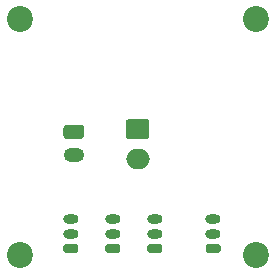
<source format=gbr>
%TF.GenerationSoftware,KiCad,Pcbnew,(5.1.9)-1*%
%TF.CreationDate,2021-08-13T14:48:45+01:00*%
%TF.ProjectId,3-servos,332d7365-7276-46f7-932e-6b696361645f,rev?*%
%TF.SameCoordinates,Original*%
%TF.FileFunction,Soldermask,Bot*%
%TF.FilePolarity,Negative*%
%FSLAX46Y46*%
G04 Gerber Fmt 4.6, Leading zero omitted, Abs format (unit mm)*
G04 Created by KiCad (PCBNEW (5.1.9)-1) date 2021-08-13 14:48:45*
%MOMM*%
%LPD*%
G01*
G04 APERTURE LIST*
%ADD10O,1.750000X1.200000*%
%ADD11O,1.300000X0.800000*%
%ADD12O,2.000000X1.700000*%
%ADD13C,2.200000*%
G04 APERTURE END LIST*
D10*
%TO.C,REF\u002A\u002A*%
X164592000Y-153536400D03*
G36*
G01*
X163966600Y-150936400D02*
X165217400Y-150936400D01*
G75*
G02*
X165467000Y-151186000I0J-249600D01*
G01*
X165467000Y-151886800D01*
G75*
G02*
X165217400Y-152136400I-249600J0D01*
G01*
X163966600Y-152136400D01*
G75*
G02*
X163717000Y-151886800I0J249600D01*
G01*
X163717000Y-151186000D01*
G75*
G02*
X163966600Y-150936400I249600J0D01*
G01*
G37*
%TD*%
D11*
%TO.C,J1*%
X176403000Y-158917000D03*
X176403000Y-160167000D03*
G36*
G01*
X176853000Y-161817000D02*
X175953000Y-161817000D01*
G75*
G02*
X175753000Y-161617000I0J200000D01*
G01*
X175753000Y-161217000D01*
G75*
G02*
X175953000Y-161017000I200000J0D01*
G01*
X176853000Y-161017000D01*
G75*
G02*
X177053000Y-161217000I0J-200000D01*
G01*
X177053000Y-161617000D01*
G75*
G02*
X176853000Y-161817000I-200000J0D01*
G01*
G37*
%TD*%
%TO.C,J4*%
X171450000Y-158917000D03*
X171450000Y-160167000D03*
G36*
G01*
X171900000Y-161817000D02*
X171000000Y-161817000D01*
G75*
G02*
X170800000Y-161617000I0J200000D01*
G01*
X170800000Y-161217000D01*
G75*
G02*
X171000000Y-161017000I200000J0D01*
G01*
X171900000Y-161017000D01*
G75*
G02*
X172100000Y-161217000I0J-200000D01*
G01*
X172100000Y-161617000D01*
G75*
G02*
X171900000Y-161817000I-200000J0D01*
G01*
G37*
%TD*%
%TO.C,J3*%
X167894000Y-158917000D03*
X167894000Y-160167000D03*
G36*
G01*
X168344000Y-161817000D02*
X167444000Y-161817000D01*
G75*
G02*
X167244000Y-161617000I0J200000D01*
G01*
X167244000Y-161217000D01*
G75*
G02*
X167444000Y-161017000I200000J0D01*
G01*
X168344000Y-161017000D01*
G75*
G02*
X168544000Y-161217000I0J-200000D01*
G01*
X168544000Y-161617000D01*
G75*
G02*
X168344000Y-161817000I-200000J0D01*
G01*
G37*
%TD*%
%TO.C,J2*%
X164338000Y-158917000D03*
X164338000Y-160167000D03*
G36*
G01*
X164788000Y-161817000D02*
X163888000Y-161817000D01*
G75*
G02*
X163688000Y-161617000I0J200000D01*
G01*
X163688000Y-161217000D01*
G75*
G02*
X163888000Y-161017000I200000J0D01*
G01*
X164788000Y-161017000D01*
G75*
G02*
X164988000Y-161217000I0J-200000D01*
G01*
X164988000Y-161617000D01*
G75*
G02*
X164788000Y-161817000I-200000J0D01*
G01*
G37*
%TD*%
D12*
%TO.C,J6*%
X170000000Y-153797000D03*
G36*
G01*
X169250000Y-150447000D02*
X170750000Y-150447000D01*
G75*
G02*
X171000000Y-150697000I0J-250000D01*
G01*
X171000000Y-151897000D01*
G75*
G02*
X170750000Y-152147000I-250000J0D01*
G01*
X169250000Y-152147000D01*
G75*
G02*
X169000000Y-151897000I0J250000D01*
G01*
X169000000Y-150697000D01*
G75*
G02*
X169250000Y-150447000I250000J0D01*
G01*
G37*
%TD*%
D13*
%TO.C,H4*%
X180000000Y-162000000D03*
%TD*%
%TO.C,H3*%
X180000000Y-142000000D03*
%TD*%
%TO.C,H2*%
X160000000Y-162000000D03*
%TD*%
%TO.C,H1*%
X160000000Y-142000000D03*
%TD*%
M02*

</source>
